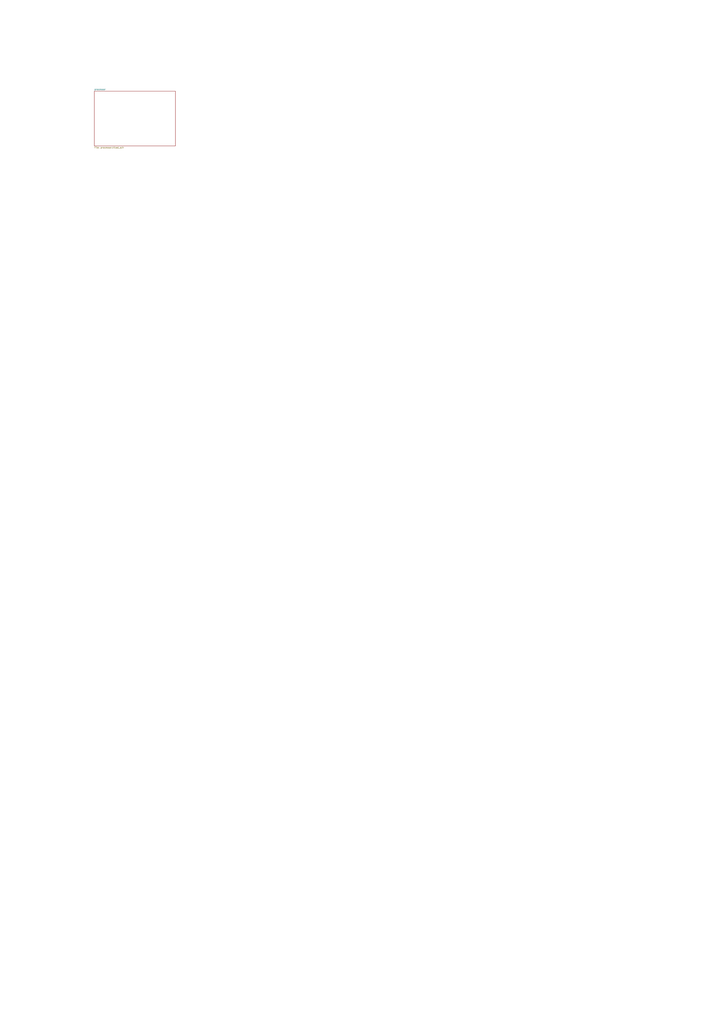
<source format=kicad_sch>
(kicad_sch (version 20230121) (generator eeschema)
  (paper "A1" portrait)
  (lib_symbols)
  (sheet (at 77.47 74.93) (size 66.675 45.085) (stroke (width 0.1524))
    (property "Sheetname" "processor" (at 77.47 74.2184 0) (effects (justify left bottom)))
    (property "Sheetfile" "processor.kicad_sch" (at 77.47 120.5996 0) (effects (justify left top)))
  )
)
</source>
